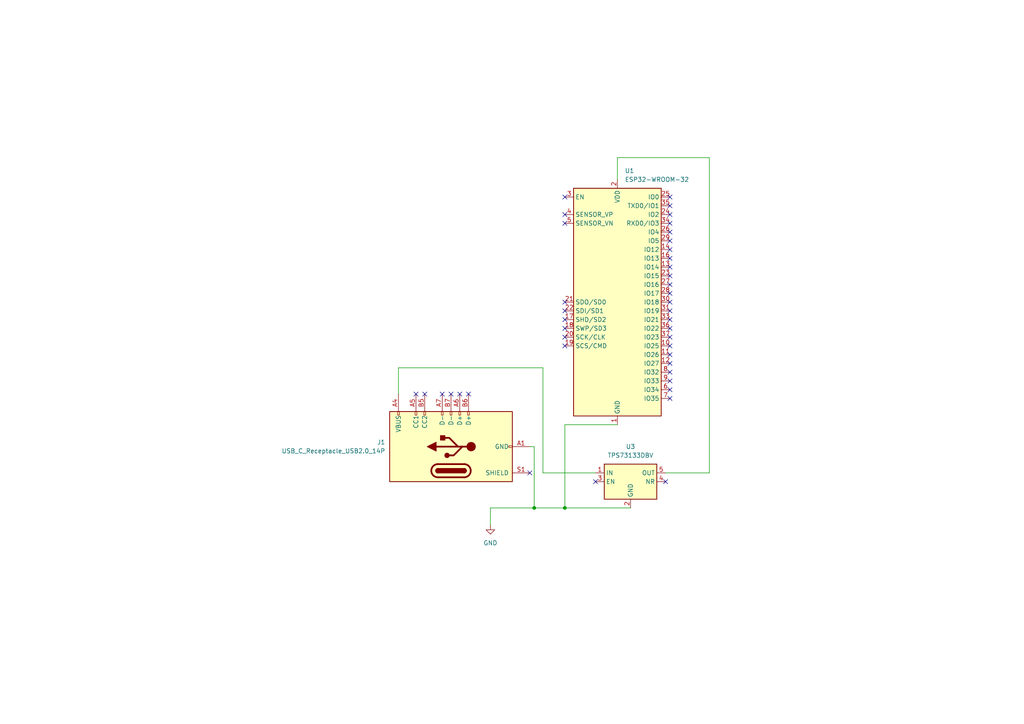
<source format=kicad_sch>
(kicad_sch (version 20250114) (generator "eeschema") (generator_version "9.0")
  (paper "A4")
  (lib_symbols
    (symbol "Connector:USB_C_Receptacle_USB2.0_14P" (pin_names (offset 1.016))
      (property "Reference" "J" (at 0 22.225 0))
      (property "Value" "USB_C_Receptacle_USB2.0_14P" (at 0 19.685 0))
      (symbol "USB_C_Receptacle_USB2.0_14P_0_0"
        (rectangle (start -0.254 -17.78) (end 0.254 -16.764))
        (rectangle (start 10.16 15.494) (end 9.144 14.986))
        (rectangle (start 10.16 10.414) (end 9.144 9.906))
        (rectangle (start 10.16 7.874) (end 9.144 7.366))
        (rectangle (start 10.16 2.794) (end 9.144 2.286))
        (rectangle (start 10.16 0.254) (end 9.144 -0.254))
        (rectangle (start 10.16 -2.286) (end 9.144 -2.794))
        (rectangle (start 10.16 -4.826) (end 9.144 -5.334))
      )
      (symbol "USB_C_Receptacle_USB2.0_14P_0_1"
        (rectangle (start -10.16 17.78) (end 10.16 -17.78) (stroke (width 0.254)) (fill (type background)))
        (polyline (pts (xy -8.89 -3.81) (xy -8.89 3.81)) (stroke (width 0.508)))
        (rectangle (start -7.62 -3.81) (end -6.35 3.81) (stroke (width 0.254)) (fill (type outline)))
        (arc (start -7.62 3.81) (mid -6.985 4.4423) (end -6.35 3.81) (stroke (width 0.254)))
        (arc (start -7.62 3.81) (mid -6.985 4.4423) (end -6.35 3.81) (stroke (width 0.254)) (fill (type outline)))
        (arc (start -8.89 3.81) (mid -6.985 5.7067) (end -5.08 3.81) (stroke (width 0.508)))
        (arc (start -5.08 -3.81) (mid -6.985 -5.7067) (end -8.89 -3.81) (stroke (width 0.508)))
        (arc (start -6.35 -3.81) (mid -6.985 -4.4423) (end -7.62 -3.81) (stroke (width 0.254)))
        (arc (start -6.35 -3.81) (mid -6.985 -4.4423) (end -7.62 -3.81) (stroke (width 0.254)) (fill (type outline)))
        (polyline (pts (xy -5.08 3.81) (xy -5.08 -3.81)) (stroke (width 0.508)))
        (circle (center -2.54 1.143) (radius 0.635) (stroke (width 0.254)) (fill (type outline)))
        (polyline (pts (xy -1.27 4.318) (xy 0 6.858) (xy 1.27 4.318) (xy -1.27 4.318)) (stroke (width 0.254)) (fill (type outline)))
        (polyline (pts (xy 0 -2.032) (xy 2.54 0.508) (xy 2.54 1.778)) (stroke (width 0.508)))
        (polyline (pts (xy 0 -3.302) (xy -2.54 -0.762) (xy -2.54 0.508)) (stroke (width 0.508)))
        (polyline (pts (xy 0 -5.842) (xy 0 4.318)) (stroke (width 0.508)))
        (circle (center 0 -5.842) (radius 1.27) (fill (type outline)))
        (rectangle (start 1.905 1.778) (end 3.175 3.048) (stroke (width 0.254)) (fill (type outline)))
      )
      (symbol "USB_C_Receptacle_USB2.0_14P_1_1"
        (pin passive line (at -7.62 -22.86 90) (length 5.08) (name "SHIELD") (number "S1"))
        (pin passive line (at 0 -22.86 90) (length 5.08) (name "GND") (number "A1"))
        (pin passive line (at 0 -22.86 90) (length 5.08) (hide yes) (name "GND") (number "A12"))
        (pin passive line (at 0 -22.86 90) (length 5.08) (hide yes) (name "GND") (number "B1"))
        (pin passive line (at 0 -22.86 90) (length 5.08) (hide yes) (name "GND") (number "B12"))
        (pin passive line (at 15.24 15.24 180) (length 5.08) (name "VBUS") (number "A4"))
        (pin passive line (at 15.24 15.24 180) (length 5.08) (hide yes) (name "VBUS") (number "A9"))
        (pin passive line (at 15.24 15.24 180) (length 5.08) (hide yes) (name "VBUS") (number "B4"))
        (pin passive line (at 15.24 15.24 180) (length 5.08) (hide yes) (name "VBUS") (number "B9"))
        (pin bidirectional line (at 15.24 10.16 180) (length 5.08) (name "CC1") (number "A5"))
        (pin bidirectional line (at 15.24 7.62 180) (length 5.08) (name "CC2") (number "B5"))
        (pin bidirectional line (at 15.24 2.54 180) (length 5.08) (name "D-") (number "A7"))
        (pin bidirectional line (at 15.24 0 180) (length 5.08) (name "D-") (number "B7"))
        (pin bidirectional line (at 15.24 -2.54 180) (length 5.08) (name "D+") (number "A6"))
        (pin bidirectional line (at 15.24 -5.08 180) (length 5.08) (name "D+") (number "B6"))
      )
    )
    (symbol "RF_Module:ESP32-WROOM-32"
      (property "Reference" "U" (at -12.7 34.29 0))
      (property "Value" "ESP32-WROOM-32" (at 1.27 34.29 0))
      (symbol "ESP32-WROOM-32_0_1"
        (rectangle (start -12.7 33.02) (end 12.7 -33.02) (stroke (width 0.254)) (fill (type background)))
      )
      (symbol "ESP32-WROOM-32_1_1"
        (pin input line (at -15.24 30.48 0) (length 2.54) (name "EN") (number "3"))
        (pin input line (at -15.24 25.4 0) (length 2.54) (name "SENSOR_VP") (number "4"))
        (pin input line (at -15.24 22.86 0) (length 2.54) (name "SENSOR_VN") (number "5"))
        (pin bidirectional line (at -15.24 0 0) (length 2.54) (name "SDO/SD0") (number "21"))
        (pin bidirectional line (at -15.24 -2.54 0) (length 2.54) (name "SDI/SD1") (number "22"))
        (pin bidirectional line (at -15.24 -5.08 0) (length 2.54) (name "SHD/SD2") (number "17"))
        (pin bidirectional line (at -15.24 -7.62 0) (length 2.54) (name "SWP/SD3") (number "18"))
        (pin bidirectional line (at -15.24 -10.16 0) (length 2.54) (name "SCK/CLK") (number "20"))
        (pin bidirectional line (at -15.24 -12.7 0) (length 2.54) (name "SCS/CMD") (number "19"))
        (pin no_connect line (at -12.7 -27.94 0) (length 2.54) (hide yes) (name "NC") (number "32"))
        (pin power_in line (at 0 35.56 270) (length 2.54) (name "VDD") (number "2"))
        (pin power_in line (at 0 -35.56 90) (length 2.54) (name "GND") (number "1"))
        (pin passive line (at 0 -35.56 90) (length 2.54) (hide yes) (name "GND") (number "15"))
        (pin passive line (at 0 -35.56 90) (length 2.54) (hide yes) (name "GND") (number "38"))
        (pin passive line (at 0 -35.56 90) (length 2.54) (hide yes) (name "GND") (number "39"))
        (pin bidirectional line (at 15.24 30.48 180) (length 2.54) (name "IO0") (number "25"))
        (pin bidirectional line (at 15.24 27.94 180) (length 2.54) (name "TXD0/IO1") (number "35"))
        (pin bidirectional line (at 15.24 25.4 180) (length 2.54) (name "IO2") (number "24"))
        (pin bidirectional line (at 15.24 22.86 180) (length 2.54) (name "RXD0/IO3") (number "34"))
        (pin bidirectional line (at 15.24 20.32 180) (length 2.54) (name "IO4") (number "26"))
        (pin bidirectional line (at 15.24 17.78 180) (length 2.54) (name "IO5") (number "29"))
        (pin bidirectional line (at 15.24 15.24 180) (length 2.54) (name "IO12") (number "14"))
        (pin bidirectional line (at 15.24 12.7 180) (length 2.54) (name "IO13") (number "16"))
        (pin bidirectional line (at 15.24 10.16 180) (length 2.54) (name "IO14") (number "13"))
        (pin bidirectional line (at 15.24 7.62 180) (length 2.54) (name "IO15") (number "23"))
        (pin bidirectional line (at 15.24 5.08 180) (length 2.54) (name "IO16") (number "27"))
        (pin bidirectional line (at 15.24 2.54 180) (length 2.54) (name "IO17") (number "28"))
        (pin bidirectional line (at 15.24 0 180) (length 2.54) (name "IO18") (number "30"))
        (pin bidirectional line (at 15.24 -2.54 180) (length 2.54) (name "IO19") (number "31"))
        (pin bidirectional line (at 15.24 -5.08 180) (length 2.54) (name "IO21") (number "33"))
        (pin bidirectional line (at 15.24 -7.62 180) (length 2.54) (name "IO22") (number "36"))
        (pin bidirectional line (at 15.24 -10.16 180) (length 2.54) (name "IO23") (number "37"))
        (pin bidirectional line (at 15.24 -12.7 180) (length 2.54) (name "IO25") (number "10"))
        (pin bidirectional line (at 15.24 -15.24 180) (length 2.54) (name "IO26") (number "11"))
        (pin bidirectional line (at 15.24 -17.78 180) (length 2.54) (name "IO27") (number "12"))
        (pin bidirectional line (at 15.24 -20.32 180) (length 2.54) (name "IO32") (number "8"))
        (pin bidirectional line (at 15.24 -22.86 180) (length 2.54) (name "IO33") (number "9"))
        (pin input line (at 15.24 -25.4 180) (length 2.54) (name "IO34") (number "6"))
        (pin input line (at 15.24 -27.94 180) (length 2.54) (name "IO35") (number "7"))
      )
    )
    (symbol "Regulator_Linear:TPS73133DBV"
      (property "Reference" "U" (at -6.35 6.35 0))
      (property "Value" "TPS73133DBV" (at 1.27 6.35 0))
      (symbol "TPS73133DBV_0_1"
        (rectangle (start -7.62 -5.08) (end 7.62 5.08) (stroke (width 0.254)) (fill (type background)))
      )
      (symbol "TPS73133DBV_1_1"
        (pin power_in line (at -10.16 2.54 0) (length 2.54) (name "IN") (number "1"))
        (pin input line (at -10.16 0 0) (length 2.54) (name "EN") (number "3"))
        (pin power_in line (at 0 -7.62 90) (length 2.54) (name "GND") (number "2"))
        (pin power_out line (at 10.16 2.54 180) (length 2.54) (name "OUT") (number "5"))
        (pin passive line (at 10.16 0 180) (length 2.54) (name "NR") (number "4"))
      )
    )
    (symbol "power:GND" (power) (pin_numbers (hide yes)) (pin_names (offset 0) (hide yes))
      (property "Value" "GND" (at 0 -3.81 0))
      (symbol "GND_0_1"
        (polyline (pts (xy 0 0) (xy 0 -1.27) (xy 1.27 -1.27) (xy 0 -2.54) (xy -1.27 -1.27) (xy 0 -1.27)))
      )
      (symbol "GND_1_1"
        (pin power_in line (at 0 0 270) (length 0) (name "~") (number "1"))
      )
    )
  )
  (junction (at 154.94 147.32))
  (junction (at 163.83 147.32))
  (no_connect (at 194.31 64.77))
  (no_connect (at 194.31 87.63))
  (no_connect (at 194.31 82.55))
  (no_connect (at 194.31 90.17))
  (no_connect (at 194.31 74.93))
  (no_connect (at 163.83 64.77))
  (no_connect (at 194.31 72.39))
  (no_connect (at 123.19 114.3))
  (no_connect (at 194.31 69.85))
  (no_connect (at 194.31 59.69))
  (no_connect (at 194.31 107.95))
  (no_connect (at 163.83 57.15))
  (no_connect (at 120.65 114.3))
  (no_connect (at 163.83 97.79))
  (no_connect (at 194.31 85.09))
  (no_connect (at 194.31 102.87))
  (no_connect (at 194.31 97.79))
  (no_connect (at 163.83 87.63))
  (no_connect (at 194.31 77.47))
  (no_connect (at 130.81 114.3))
  (no_connect (at 194.31 110.49))
  (no_connect (at 163.83 95.25))
  (no_connect (at 194.31 57.15))
  (no_connect (at 133.35 114.3))
  (no_connect (at 153.67 137.16))
  (no_connect (at 194.31 100.33))
  (no_connect (at 163.83 92.71))
  (no_connect (at 163.83 62.23))
  (no_connect (at 172.72 139.7))
  (no_connect (at 163.83 90.17))
  (no_connect (at 194.31 62.23))
  (no_connect (at 194.31 67.31))
  (no_connect (at 163.83 100.33))
  (no_connect (at 194.31 80.01))
  (no_connect (at 194.31 95.25))
  (no_connect (at 194.31 113.03))
  (no_connect (at 135.89 114.3))
  (no_connect (at 194.31 92.71))
  (no_connect (at 194.31 105.41))
  (no_connect (at 193.04 139.7))
  (no_connect (at 128.27 114.3))
  (no_connect (at 194.31 115.57))
  (wire (pts (xy 163.83 147.32) (xy 182.88 147.32)))
  (wire (pts (xy 205.74 137.16) (xy 205.74 45.72)))
  (wire (pts (xy 179.07 45.72) (xy 179.07 52.07)))
  (wire (pts (xy 163.83 123.19) (xy 163.83 147.32)))
  (wire (pts (xy 157.48 106.68) (xy 157.48 137.16)))
  (wire (pts (xy 115.57 114.3) (xy 115.57 106.68)))
  (wire (pts (xy 142.24 147.32) (xy 154.94 147.32)))
  (wire (pts (xy 163.83 147.32) (xy 154.94 147.32)))
  (wire (pts (xy 193.04 137.16) (xy 205.74 137.16)))
  (wire (pts (xy 154.94 129.54) (xy 153.67 129.54)))
  (wire (pts (xy 205.74 45.72) (xy 179.07 45.72)))
  (wire (pts (xy 115.57 106.68) (xy 157.48 106.68)))
  (wire (pts (xy 179.07 123.19) (xy 163.83 123.19)))
  (wire (pts (xy 154.94 147.32) (xy 154.94 129.54)))
  (wire (pts (xy 142.24 152.4) (xy 142.24 147.32)))
  (wire (pts (xy 157.48 137.16) (xy 172.72 137.16)))
  (symbol (lib_id "power:GND") (at 142.24 152.4 0) (unit 1)
    (property "Reference" "#PWR01" (effects (hide yes)))
    (property "Value" "GND" (at 142.24 157.48 0))
    (property "Description" "Power symbol creates a global label with name \"GND\" , ground" (effects (hide yes)))
  )
  (symbol (lib_id "Connector:USB_C_Receptacle_USB2.0_14P") (at 130.81 129.54 90) (unit 1)
    (property "Reference" "J1" (at 111.76 128.2699 90) (effects (justify left)))
    (property "Value" "USB_C_Receptacle_USB2.0_14P" (at 111.76 130.8099 90) (effects (justify left)))
    (property "Datasheet" "https://www.usb.org/sites/default/files/documents/usb_type-c.zip" (effects (hide yes)))
    (property "Description" "USB 2.0-only 14P Type-C Receptacle connector" (effects (hide yes)))
  )
  (symbol (lib_id "Regulator_Linear:TPS73133DBV") (at 182.88 139.7 0) (unit 1)
    (property "Reference" "U3" (at 182.88 129.54 0))
    (property "Value" "TPS73133DBV" (at 182.88 132.08 0))
    (property "Footprint" "Package_TO_SOT_SMD:SOT-23-5" (effects (hide yes)))
    (property "Datasheet" "http://www.ti.com/lit/ds/symlink/tps731.pdf" (effects (hide yes)))
    (property "Description" "Cap free NMOS 150mA Low Drop 3.3V Regulator, SOT-23-5" (effects (hide yes)))
  )
  (symbol (lib_id "RF_Module:ESP32-WROOM-32") (at 179.07 87.63 0) (unit 1)
    (property "Reference" "U1" (at 181.2133 49.53 0) (effects (justify left)))
    (property "Value" "ESP32-WROOM-32" (at 181.2133 52.07 0) (effects (justify left)))
    (property "Footprint" "RF_Module:ESP32-WROOM-32" (effects (hide yes)))
    (property "Datasheet" "https://www.espressif.com/sites/default/files/documentation/esp32-wroom-32_datasheet_en.pdf" (effects (hide yes)))
    (property "Description" "RF Module, ESP32-D0WDQ6 SoC, Wi-Fi 802.11b/g/n, Bluetooth, BLE, 32-bit, 2.7-3.6V, onboard antenna, SMD" (effects (hide yes)))
  )
)
</source>
